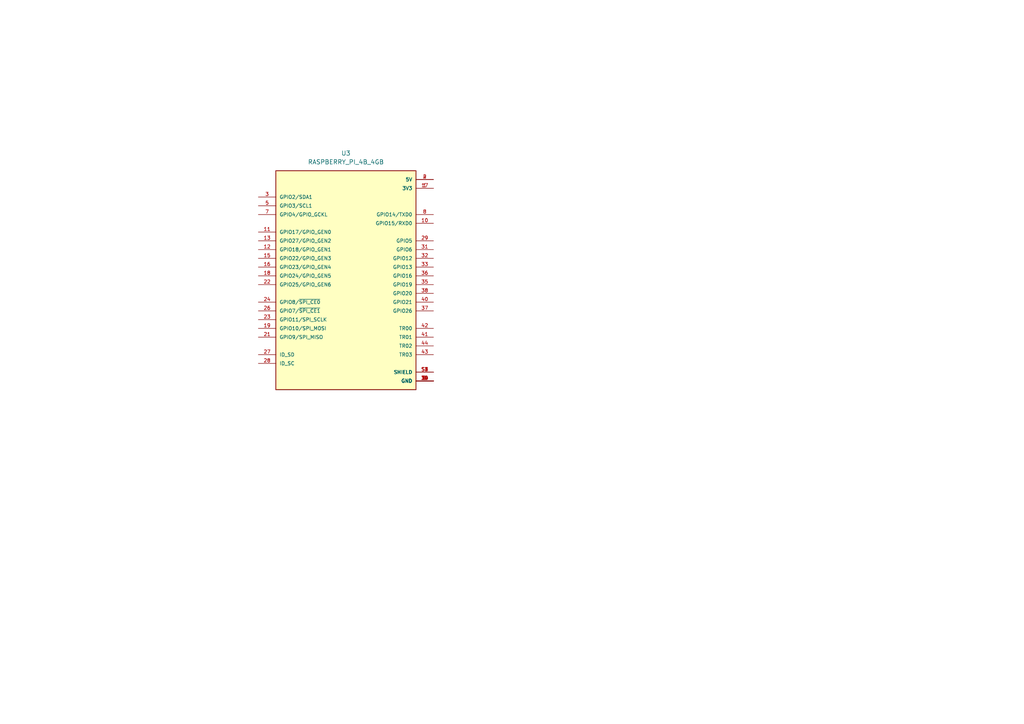
<source format=kicad_sch>
(kicad_sch (version 20231120) (generator "eeschema") (generator_version "8.0")
  (paper "A4")
  (lib_symbols
    (symbol "Healthbot-Symbols:RASPBERRY_PI_4B_4GB" (pin_names (offset 1.016))
      (property "Reference" "U" (at -20.32 33.528 0))
      (property "Value" "RASPBERRY_PI_4B_4GB" (at -20.32 -33.02 0))
      (symbol "RASPBERRY_PI_4B_4GB_0_0"
        (rectangle (start -20.32 -30.48) (end 20.32 33.02) (stroke (width 0.254)) (fill (type background)))
        (pin power_in line (at 25.4 27.94 180) (length 5.08) (name "3V3") (number "1"))
        (pin bidirectional line (at 25.4 17.78 180) (length 5.08) (name "GPIO15/RXD0") (number "10"))
        (pin bidirectional line (at -25.4 15.24 0) (length 5.08) (name "GPIO17/GPIO_GEN0") (number "11"))
        (pin bidirectional line (at -25.4 10.16 0) (length 5.08) (name "GPIO18/GPIO_GEN1") (number "12"))
        (pin bidirectional line (at -25.4 12.7 0) (length 5.08) (name "GPIO27/GPIO_GEN2") (number "13"))
        (pin power_in line (at 25.4 -27.94 180) (length 5.08) (name "GND") (number "14"))
        (pin bidirectional line (at -25.4 7.62 0) (length 5.08) (name "GPIO22/GPIO_GEN3") (number "15"))
        (pin bidirectional line (at -25.4 5.08 0) (length 5.08) (name "GPIO23/GPIO_GEN4") (number "16"))
        (pin power_in line (at 25.4 27.94 180) (length 5.08) (name "3V3") (number "17"))
        (pin bidirectional line (at -25.4 2.54 0) (length 5.08) (name "GPIO24/GPIO_GEN5") (number "18"))
        (pin bidirectional line (at -25.4 -12.7 0) (length 5.08) (name "GPIO10/SPI_MOSI") (number "19"))
        (pin power_in line (at 25.4 30.48 180) (length 5.08) (name "5V") (number "2"))
        (pin power_in line (at 25.4 -27.94 180) (length 5.08) (name "GND") (number "20"))
        (pin bidirectional line (at -25.4 -15.24 0) (length 5.08) (name "GPIO9/SPI_MISO") (number "21"))
        (pin bidirectional line (at -25.4 0 0) (length 5.08) (name "GPIO25/GPIO_GEN6") (number "22"))
        (pin bidirectional line (at -25.4 -10.16 0) (length 5.08) (name "GPIO11/SPI_SCLK") (number "23"))
        (pin bidirectional line (at -25.4 -5.08 0) (length 5.08) (name "GPIO8/~{SPI_CE0}") (number "24"))
        (pin power_in line (at 25.4 -27.94 180) (length 5.08) (name "GND") (number "25"))
        (pin bidirectional line (at -25.4 -7.62 0) (length 5.08) (name "GPIO7/~{SPI_CE1}") (number "26"))
        (pin bidirectional line (at -25.4 -20.32 0) (length 5.08) (name "ID_SD") (number "27"))
        (pin bidirectional line (at -25.4 -22.86 0) (length 5.08) (name "ID_SC") (number "28"))
        (pin bidirectional line (at 25.4 12.7 180) (length 5.08) (name "GPIO5") (number "29"))
        (pin bidirectional line (at -25.4 25.4 0) (length 5.08) (name "GPIO2/SDA1") (number "3"))
        (pin power_in line (at 25.4 -27.94 180) (length 5.08) (name "GND") (number "30"))
        (pin bidirectional line (at 25.4 10.16 180) (length 5.08) (name "GPIO6") (number "31"))
        (pin bidirectional line (at 25.4 7.62 180) (length 5.08) (name "GPIO12") (number "32"))
        (pin bidirectional line (at 25.4 5.08 180) (length 5.08) (name "GPIO13") (number "33"))
        (pin power_in line (at 25.4 -27.94 180) (length 5.08) (name "GND") (number "34"))
        (pin bidirectional line (at 25.4 0 180) (length 5.08) (name "GPIO19") (number "35"))
        (pin bidirectional line (at 25.4 2.54 180) (length 5.08) (name "GPIO16") (number "36"))
        (pin bidirectional line (at 25.4 -7.62 180) (length 5.08) (name "GPIO26") (number "37"))
        (pin bidirectional line (at 25.4 -2.54 180) (length 5.08) (name "GPIO20") (number "38"))
        (pin power_in line (at 25.4 -27.94 180) (length 5.08) (name "GND") (number "39"))
        (pin power_in line (at 25.4 30.48 180) (length 5.08) (name "5V") (number "4"))
        (pin bidirectional line (at 25.4 -5.08 180) (length 5.08) (name "GPIO21") (number "40"))
        (pin bidirectional line (at 25.4 -15.24 180) (length 5.08) (name "TR01") (number "41"))
        (pin bidirectional line (at 25.4 -12.7 180) (length 5.08) (name "TR00") (number "42"))
        (pin bidirectional line (at 25.4 -20.32 180) (length 5.08) (name "TR03") (number "43"))
        (pin bidirectional line (at 25.4 -17.78 180) (length 5.08) (name "TR02") (number "44"))
        (pin bidirectional line (at -25.4 22.86 0) (length 5.08) (name "GPIO3/SCL1") (number "5"))
        (pin power_in line (at 25.4 -27.94 180) (length 5.08) (name "GND") (number "6"))
        (pin bidirectional line (at -25.4 20.32 0) (length 5.08) (name "GPIO4/GPIO_GCKL") (number "7"))
        (pin bidirectional line (at 25.4 20.32 180) (length 5.08) (name "GPIO14/TXD0") (number "8"))
        (pin power_in line (at 25.4 -27.94 180) (length 5.08) (name "GND") (number "9"))
        (pin power_in line (at 25.4 -25.4 180) (length 5.08) (name "SHIELD") (number "S1"))
        (pin power_in line (at 25.4 -25.4 180) (length 5.08) (name "SHIELD") (number "S2"))
        (pin power_in line (at 25.4 -25.4 180) (length 5.08) (name "SHIELD") (number "S3"))
        (pin power_in line (at 25.4 -25.4 180) (length 5.08) (name "SHIELD") (number "S4"))
      )
    )
  )
  (symbol (lib_id "Healthbot-Symbols:RASPBERRY_PI_4B_4GB") (at 100.33 82.55 0) (unit 1)
    (property "Reference" "U3" (at 100.33 44.45 0))
    (property "Value" "RASPBERRY_PI_4B_4GB" (at 100.33 46.99 0))
    (property "Footprint" "RASPBERRY_PI_4B_4GB:MODULE_RASPBERRY_PI_4B_4GB" (effects (hide yes)))
    (property "MF" "Raspberry Pi" (effects (hide yes)))
    (property "MAXIMUM_PACKAGE_HEIGHT" "16 mm" (effects (hide yes)))
    (property "Package" "None" (effects (hide yes)))
    (property "Price" "None" (effects (hide yes)))
    (property "Check_prices" "https://www.snapeda.com/parts/RASPBERRY%20PI%204B/4GB/Raspberry+Pi/view-part/?ref=eda" (effects (hide yes)))
    (property "STANDARD" "Manufacturer Recommendations" (effects (hide yes)))
    (property "PARTREV" "4" (effects (hide yes)))
    (property "SnapEDA_Link" "https://www.snapeda.com/parts/RASPBERRY%20PI%204B/4GB/Raspberry+Pi/view-part/?ref=snap" (effects (hide yes)))
    (property "MP" "RASPBERRY PI 4B/4GB" (effects (hide yes)))
    (property "Description_1" "\nBCM2711 Raspberry Pi 4 Model B 4GB - ARM® Cortex®-A72 MPU Embedded Evaluation Board\n" (effects (hide yes)))
    (property "MANUFACTURER" "Raspberry Pi" (effects (hide yes)))
    (property "Availability" "In Stock" (effects (hide yes)))
    (property "SNAPEDA_PN" "RASPBERRY PI 4B/4GB" (effects (hide yes)))
  )
)
</source>
